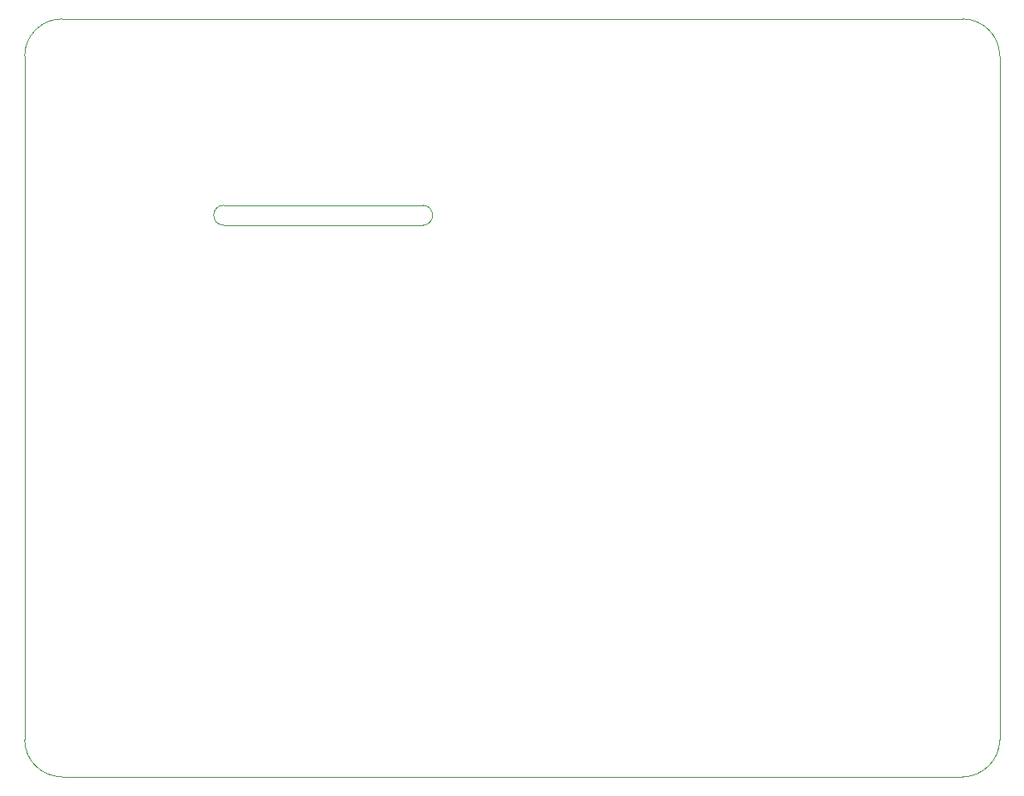
<source format=gbr>
%TF.GenerationSoftware,KiCad,Pcbnew,(5.1.6)-1*%
%TF.CreationDate,2020-07-01T23:58:00+08:00*%
%TF.ProjectId,matrix_v3s,6d617472-6978-45f7-9633-732e6b696361,rev?*%
%TF.SameCoordinates,Original*%
%TF.FileFunction,Profile,NP*%
%FSLAX46Y46*%
G04 Gerber Fmt 4.6, Leading zero omitted, Abs format (unit mm)*
G04 Created by KiCad (PCBNEW (5.1.6)-1) date 2020-07-01 23:58:00*
%MOMM*%
%LPD*%
G01*
G04 APERTURE LIST*
%TA.AperFunction,Profile*%
%ADD10C,0.050000*%
%TD*%
G04 APERTURE END LIST*
D10*
X66040000Y-39370000D02*
G75*
G02*
X66040000Y-41402000I0J-1016000D01*
G01*
X45720000Y-41402000D02*
G75*
G02*
X45720000Y-39370000I0J1016000D01*
G01*
X66040000Y-41402000D02*
X45720000Y-41402000D01*
X45720000Y-39370000D02*
X66040000Y-39370000D01*
X121158000Y-20320000D02*
G75*
G02*
X124968000Y-24130000I0J-3810000D01*
G01*
X124968000Y-93980000D02*
G75*
G02*
X121158000Y-97790000I-3810000J0D01*
G01*
X29210000Y-97790000D02*
G75*
G02*
X25400000Y-93980000I0J3810000D01*
G01*
X25400000Y-24130000D02*
G75*
G02*
X29210000Y-20320000I3810000J0D01*
G01*
X25400000Y-93980000D02*
X25400000Y-24130000D01*
X121158000Y-97790000D02*
X29210000Y-97790000D01*
X124968000Y-24130000D02*
X124968000Y-93980000D01*
X29210000Y-20320000D02*
X121158000Y-20320000D01*
M02*

</source>
